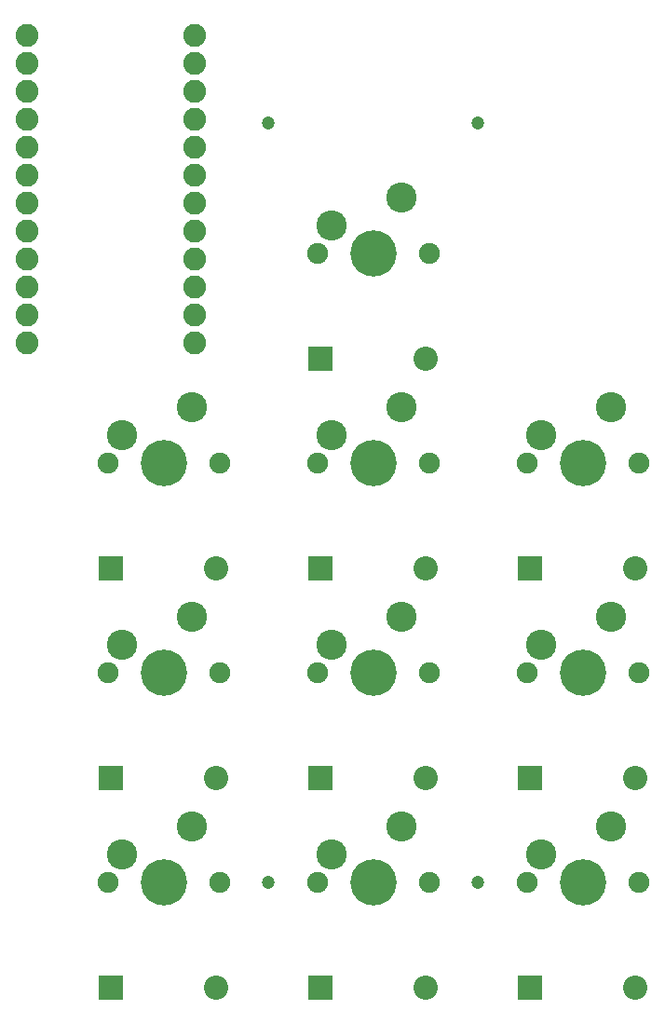
<source format=gbr>
G04 EAGLE Gerber RS-274X export*
G75*
%MOMM*%
%FSLAX34Y34*%
%LPD*%
%INSoldermask Bottom*%
%IPPOS*%
%AMOC8*
5,1,8,0,0,1.08239X$1,22.5*%
G01*
%ADD10C,1.203200*%
%ADD11C,4.203200*%
%ADD12C,1.903200*%
%ADD13C,2.743200*%
%ADD14R,2.203200X2.203200*%
%ADD15C,2.203200*%
%ADD16C,2.082800*%


D10*
X95250Y881063D03*
X95250Y190500D03*
X285750Y190500D03*
X285750Y881063D03*
D11*
X0Y571500D03*
D12*
X-50800Y571500D03*
X50800Y571500D03*
D13*
X-38100Y596900D03*
X25400Y622300D03*
D11*
X190500Y571500D03*
D12*
X139700Y571500D03*
X241300Y571500D03*
D13*
X152400Y596900D03*
X215900Y622300D03*
D11*
X381000Y571500D03*
D12*
X330200Y571500D03*
X431800Y571500D03*
D13*
X342900Y596900D03*
X406400Y622300D03*
D11*
X381000Y381000D03*
D12*
X330200Y381000D03*
X431800Y381000D03*
D13*
X342900Y406400D03*
X406400Y431800D03*
D11*
X190500Y381000D03*
D12*
X139700Y381000D03*
X241300Y381000D03*
D13*
X152400Y406400D03*
X215900Y431800D03*
D11*
X0Y381000D03*
D12*
X-50800Y381000D03*
X50800Y381000D03*
D13*
X-38100Y406400D03*
X25400Y431800D03*
D11*
X0Y190500D03*
D12*
X-50800Y190500D03*
X50800Y190500D03*
D13*
X-38100Y215900D03*
X25400Y241300D03*
D11*
X190500Y190500D03*
D12*
X139700Y190500D03*
X241300Y190500D03*
D13*
X152400Y215900D03*
X215900Y241300D03*
D11*
X381000Y190500D03*
D12*
X330200Y190500D03*
X431800Y190500D03*
D13*
X342900Y215900D03*
X406400Y241300D03*
D11*
X190500Y762000D03*
D12*
X139700Y762000D03*
X241300Y762000D03*
D13*
X152400Y787400D03*
X215900Y812800D03*
D14*
X-48200Y476250D03*
D15*
X48200Y476250D03*
D14*
X142300Y476250D03*
D15*
X238700Y476250D03*
D14*
X332800Y476250D03*
D15*
X429200Y476250D03*
D14*
X332800Y285750D03*
D15*
X429200Y285750D03*
D14*
X142300Y285750D03*
D15*
X238700Y285750D03*
D14*
X-48200Y285750D03*
D15*
X48200Y285750D03*
D14*
X-48200Y95250D03*
D15*
X48200Y95250D03*
D14*
X142300Y95250D03*
D15*
X238700Y95250D03*
D14*
X332800Y95250D03*
D15*
X429200Y95250D03*
D14*
X142300Y666750D03*
D15*
X238700Y666750D03*
D16*
X-123825Y960438D03*
X-123825Y935038D03*
X-123825Y909638D03*
X-123825Y884238D03*
X-123825Y858838D03*
X-123825Y833438D03*
X-123825Y808038D03*
X-123825Y782638D03*
X-123825Y757238D03*
X-123825Y731838D03*
X-123825Y706438D03*
X-123825Y681038D03*
X28575Y681038D03*
X28575Y706438D03*
X28575Y731838D03*
X28575Y757238D03*
X28575Y782638D03*
X28575Y808038D03*
X28575Y833438D03*
X28575Y858838D03*
X28575Y884238D03*
X28575Y909638D03*
X28575Y935038D03*
X28575Y960438D03*
M02*

</source>
